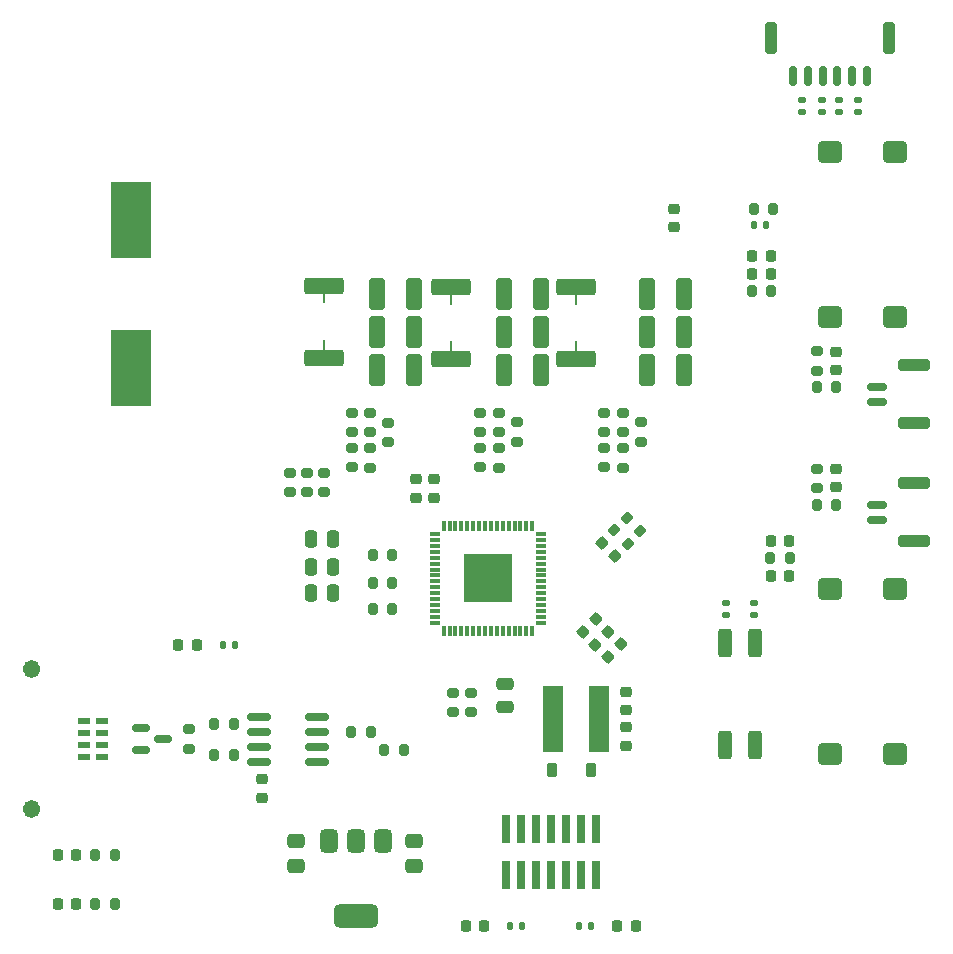
<source format=gbr>
%TF.GenerationSoftware,KiCad,Pcbnew,9.0.6-9.0.6~ubuntu24.04.1*%
%TF.CreationDate,2025-11-23T02:06:06+01:00*%
%TF.ProjectId,FOC_CONTROLLER_V2,464f435f-434f-44e5-9452-4f4c4c45525f,rev?*%
%TF.SameCoordinates,Original*%
%TF.FileFunction,Paste,Top*%
%TF.FilePolarity,Positive*%
%FSLAX46Y46*%
G04 Gerber Fmt 4.6, Leading zero omitted, Abs format (unit mm)*
G04 Created by KiCad (PCBNEW 9.0.6-9.0.6~ubuntu24.04.1) date 2025-11-23 02:06:06*
%MOMM*%
%LPD*%
G01*
G04 APERTURE LIST*
G04 Aperture macros list*
%AMRoundRect*
0 Rectangle with rounded corners*
0 $1 Rounding radius*
0 $2 $3 $4 $5 $6 $7 $8 $9 X,Y pos of 4 corners*
0 Add a 4 corners polygon primitive as box body*
4,1,4,$2,$3,$4,$5,$6,$7,$8,$9,$2,$3,0*
0 Add four circle primitives for the rounded corners*
1,1,$1+$1,$2,$3*
1,1,$1+$1,$4,$5*
1,1,$1+$1,$6,$7*
1,1,$1+$1,$8,$9*
0 Add four rect primitives between the rounded corners*
20,1,$1+$1,$2,$3,$4,$5,0*
20,1,$1+$1,$4,$5,$6,$7,0*
20,1,$1+$1,$6,$7,$8,$9,0*
20,1,$1+$1,$8,$9,$2,$3,0*%
G04 Aperture macros list end*
%ADD10C,0.750000*%
%ADD11RoundRect,0.200000X0.200000X0.275000X-0.200000X0.275000X-0.200000X-0.275000X0.200000X-0.275000X0*%
%ADD12RoundRect,0.135000X0.185000X-0.135000X0.185000X0.135000X-0.185000X0.135000X-0.185000X-0.135000X0*%
%ADD13RoundRect,0.250000X0.412500X1.100000X-0.412500X1.100000X-0.412500X-1.100000X0.412500X-1.100000X0*%
%ADD14RoundRect,0.218750X0.218750X0.256250X-0.218750X0.256250X-0.218750X-0.256250X0.218750X-0.256250X0*%
%ADD15RoundRect,0.200000X-0.275000X0.200000X-0.275000X-0.200000X0.275000X-0.200000X0.275000X0.200000X0*%
%ADD16RoundRect,0.250000X0.250000X0.475000X-0.250000X0.475000X-0.250000X-0.475000X0.250000X-0.475000X0*%
%ADD17RoundRect,0.200000X0.275000X-0.200000X0.275000X0.200000X-0.275000X0.200000X-0.275000X-0.200000X0*%
%ADD18RoundRect,0.225000X0.250000X-0.225000X0.250000X0.225000X-0.250000X0.225000X-0.250000X-0.225000X0*%
%ADD19RoundRect,0.225000X-0.250000X0.225000X-0.250000X-0.225000X0.250000X-0.225000X0.250000X0.225000X0*%
%ADD20RoundRect,0.225000X-0.017678X0.335876X-0.335876X0.017678X0.017678X-0.335876X0.335876X-0.017678X0*%
%ADD21RoundRect,0.135000X-0.135000X-0.185000X0.135000X-0.185000X0.135000X0.185000X-0.135000X0.185000X0*%
%ADD22RoundRect,0.225000X0.225000X0.250000X-0.225000X0.250000X-0.225000X-0.250000X0.225000X-0.250000X0*%
%ADD23RoundRect,0.200000X0.335876X0.053033X0.053033X0.335876X-0.335876X-0.053033X-0.053033X-0.335876X0*%
%ADD24RoundRect,0.218750X-0.218750X-0.256250X0.218750X-0.256250X0.218750X0.256250X-0.218750X0.256250X0*%
%ADD25R,1.050000X0.600000*%
%ADD26RoundRect,0.150000X-0.587500X-0.150000X0.587500X-0.150000X0.587500X0.150000X-0.587500X0.150000X0*%
%ADD27RoundRect,0.225000X-0.225000X-0.250000X0.225000X-0.250000X0.225000X0.250000X-0.225000X0.250000X0*%
%ADD28RoundRect,0.200000X-0.200000X-0.275000X0.200000X-0.275000X0.200000X0.275000X-0.200000X0.275000X0*%
%ADD29RoundRect,0.150000X0.825000X0.150000X-0.825000X0.150000X-0.825000X-0.150000X0.825000X-0.150000X0*%
%ADD30RoundRect,0.250000X-0.475000X0.337500X-0.475000X-0.337500X0.475000X-0.337500X0.475000X0.337500X0*%
%ADD31R,3.500000X6.500000*%
%ADD32RoundRect,0.150000X0.150000X0.700000X-0.150000X0.700000X-0.150000X-0.700000X0.150000X-0.700000X0*%
%ADD33RoundRect,0.250000X0.250000X1.100000X-0.250000X1.100000X-0.250000X-1.100000X0.250000X-1.100000X0*%
%ADD34RoundRect,0.249999X1.425001X-0.450001X1.425001X0.450001X-1.425001X0.450001X-1.425001X-0.450001X0*%
%ADD35RoundRect,0.022875X0.053375X0.423375X-0.053375X0.423375X-0.053375X-0.423375X0.053375X-0.423375X0*%
%ADD36RoundRect,0.200000X-0.335876X-0.053033X-0.053033X-0.335876X0.335876X0.053033X0.053033X0.335876X0*%
%ADD37R,0.850000X0.300000*%
%ADD38R,0.300000X0.850000*%
%ADD39R,4.100000X4.100000*%
%ADD40RoundRect,0.225000X-0.335876X-0.017678X-0.017678X-0.335876X0.335876X0.017678X0.017678X0.335876X0*%
%ADD41RoundRect,0.250000X-0.475000X0.250000X-0.475000X-0.250000X0.475000X-0.250000X0.475000X0.250000X0*%
%ADD42RoundRect,0.270000X0.730000X-0.630000X0.730000X0.630000X-0.730000X0.630000X-0.730000X-0.630000X0*%
%ADD43RoundRect,0.375000X-0.375000X0.625000X-0.375000X-0.625000X0.375000X-0.625000X0.375000X0.625000X0*%
%ADD44RoundRect,0.500000X-1.400000X0.500000X-1.400000X-0.500000X1.400000X-0.500000X1.400000X0.500000X0*%
%ADD45R,0.740000X2.400000*%
%ADD46R,1.700000X5.600000*%
%ADD47RoundRect,0.135000X0.135000X0.185000X-0.135000X0.185000X-0.135000X-0.185000X0.135000X-0.185000X0*%
%ADD48RoundRect,0.150000X0.700000X-0.150000X0.700000X0.150000X-0.700000X0.150000X-0.700000X-0.150000X0*%
%ADD49RoundRect,0.250000X1.100000X-0.250000X1.100000X0.250000X-1.100000X0.250000X-1.100000X-0.250000X0*%
%ADD50RoundRect,0.250000X0.310000X-0.970000X0.310000X0.970000X-0.310000X0.970000X-0.310000X-0.970000X0*%
%ADD51RoundRect,0.225000X-0.225000X-0.375000X0.225000X-0.375000X0.225000X0.375000X-0.225000X0.375000X0*%
G04 APERTURE END LIST*
D10*
%TO.C,J11*%
X102982500Y-111775000D02*
G75*
G02*
X102232500Y-111775000I-375000J0D01*
G01*
X102232500Y-111775000D02*
G75*
G02*
X102982500Y-111775000I375000J0D01*
G01*
X102982500Y-123625000D02*
G75*
G02*
X102232500Y-123625000I-375000J0D01*
G01*
X102232500Y-123625000D02*
G75*
G02*
X102982500Y-123625000I375000J0D01*
G01*
%TD*%
D11*
%TO.C,R36*%
X119725000Y-119090000D03*
X118075000Y-119090000D03*
%TD*%
D12*
%TO.C,R43*%
X171000000Y-64610000D03*
X171000000Y-63590000D03*
%TD*%
D13*
%TO.C,C6*%
X157862500Y-80049996D03*
X154737500Y-80049996D03*
%TD*%
D14*
%TO.C,D8*%
X140927501Y-133500000D03*
X139352499Y-133500000D03*
%TD*%
D15*
%TO.C,R24*%
X152700000Y-90075000D03*
X152700000Y-91725000D03*
%TD*%
D16*
%TO.C,C3*%
X128150000Y-103100000D03*
X126250000Y-103100000D03*
%TD*%
D17*
%TO.C,R5*%
X125924999Y-96800000D03*
X125924999Y-95150000D03*
%TD*%
D15*
%TO.C,R2*%
X139800000Y-113775000D03*
X139800000Y-115425000D03*
%TD*%
D12*
%TO.C,R46*%
X163800000Y-107209999D03*
X163800000Y-106190001D03*
%TD*%
D13*
%TO.C,C32*%
X134962500Y-80049999D03*
X131837500Y-80049999D03*
%TD*%
D11*
%TO.C,NTC1*%
X165425000Y-72800000D03*
X163775000Y-72800000D03*
%TD*%
D15*
%TO.C,R17*%
X129700000Y-93050000D03*
X129700000Y-94700000D03*
%TD*%
D18*
%TO.C,C24*%
X157000000Y-74375000D03*
X157000000Y-72825000D03*
%TD*%
D19*
%TO.C,C29*%
X170675000Y-94850000D03*
X170675000Y-96400000D03*
%TD*%
D11*
%TO.C,R50*%
X170750000Y-87900000D03*
X169100000Y-87900000D03*
%TD*%
D12*
%TO.C,R47*%
X161400000Y-107209999D03*
X161400000Y-106190001D03*
%TD*%
D20*
%TO.C,C11*%
X152515739Y-109669723D03*
X151419723Y-110765739D03*
%TD*%
D17*
%TO.C,R7*%
X124449998Y-96800000D03*
X124449998Y-95150000D03*
%TD*%
D12*
%TO.C,R44*%
X172600000Y-64610000D03*
X172600000Y-63590000D03*
%TD*%
D21*
%TO.C,R45*%
X163790000Y-74200000D03*
X164810000Y-74200000D03*
%TD*%
D20*
%TO.C,C12*%
X151448008Y-108601992D03*
X150351992Y-109698008D03*
%TD*%
D11*
%TO.C,R11*%
X109637500Y-127500000D03*
X107987500Y-127500000D03*
%TD*%
D17*
%TO.C,R10*%
X138300000Y-115425000D03*
X138300000Y-113775000D03*
%TD*%
D22*
%TO.C,C9*%
X166750000Y-100900000D03*
X165200000Y-100900000D03*
%TD*%
D15*
%TO.C,R22*%
X140550000Y-93050000D03*
X140550000Y-94700000D03*
%TD*%
D19*
%TO.C,C10*%
X135160000Y-95725000D03*
X135160000Y-97275000D03*
%TD*%
D23*
%TO.C,R28*%
X154151094Y-100115632D03*
X152984368Y-98948906D03*
%TD*%
D19*
%TO.C,C14*%
X136660000Y-95725000D03*
X136660000Y-97275000D03*
%TD*%
D24*
%TO.C,D9*%
X152172499Y-133500000D03*
X153747501Y-133500000D03*
%TD*%
D25*
%TO.C,J11*%
X108582500Y-119200000D03*
X107032500Y-119200000D03*
X108582500Y-118200000D03*
X107032500Y-118200000D03*
X108582500Y-117200000D03*
X107032500Y-117200000D03*
X108582500Y-116200000D03*
X107032500Y-116200000D03*
%TD*%
D13*
%TO.C,C31*%
X145712500Y-80049996D03*
X142587500Y-80049996D03*
%TD*%
D26*
%TO.C,D2*%
X111900000Y-116750000D03*
X111900000Y-118650000D03*
X113775000Y-117700000D03*
%TD*%
D27*
%TO.C,C18*%
X163625000Y-78300000D03*
X165175000Y-78300000D03*
%TD*%
D15*
%TO.C,R18*%
X131300000Y-90075000D03*
X131300000Y-91725000D03*
%TD*%
D21*
%TO.C,R38*%
X143132500Y-133500000D03*
X144152498Y-133500000D03*
%TD*%
D11*
%TO.C,R30*%
X165225000Y-79800000D03*
X163575000Y-79800000D03*
%TD*%
D24*
%TO.C,D3*%
X104825000Y-131690000D03*
X106400000Y-131690000D03*
%TD*%
D19*
%TO.C,C28*%
X170675000Y-84900000D03*
X170675000Y-86450000D03*
%TD*%
D11*
%TO.C,R1*%
X133125000Y-104450000D03*
X131475000Y-104450000D03*
%TD*%
D28*
%TO.C,R8*%
X165150000Y-102400000D03*
X166800000Y-102400000D03*
%TD*%
D29*
%TO.C,U1*%
X126775000Y-119605000D03*
X126775000Y-118335000D03*
X126775000Y-117065000D03*
X126775000Y-115795000D03*
X121825000Y-115795000D03*
X121825000Y-117065000D03*
X121825000Y-118335000D03*
X121825000Y-119605000D03*
%TD*%
D21*
%TO.C,R40*%
X118805000Y-109710001D03*
X119824998Y-109710001D03*
%TD*%
D17*
%TO.C,R51*%
X169125000Y-96450000D03*
X169125000Y-94800000D03*
%TD*%
D30*
%TO.C,C20*%
X125000000Y-126362500D03*
X125000000Y-128437500D03*
%TD*%
D12*
%TO.C,R41*%
X167800000Y-64610000D03*
X167800000Y-63590000D03*
%TD*%
D31*
%TO.C,C2*%
X111033885Y-86250000D03*
X111033885Y-73750000D03*
%TD*%
D30*
%TO.C,C19*%
X135000000Y-126362500D03*
X135000000Y-128437500D03*
%TD*%
D28*
%TO.C,R34*%
X132475000Y-118600000D03*
X134125000Y-118600000D03*
%TD*%
D13*
%TO.C,C21*%
X134962500Y-83250000D03*
X131837500Y-83250000D03*
%TD*%
D32*
%TO.C,J12*%
X173325000Y-61550000D03*
X172075000Y-61550000D03*
X170825000Y-61550000D03*
X169575000Y-61550000D03*
X168325000Y-61550000D03*
X167075000Y-61550000D03*
D33*
X175175000Y-58350000D03*
X165225000Y-58350000D03*
%TD*%
D11*
%TO.C,R4*%
X133125000Y-106650000D03*
X131475000Y-106650000D03*
%TD*%
D34*
%TO.C,R32*%
X138100000Y-85550000D03*
D35*
X138100000Y-84500001D03*
X138100000Y-80499999D03*
D34*
X138100000Y-79450000D03*
%TD*%
D11*
%TO.C,R48*%
X109637500Y-131700000D03*
X107987500Y-131700000D03*
%TD*%
D36*
%TO.C,R29*%
X151916637Y-100016637D03*
X153083363Y-101183363D03*
%TD*%
D18*
%TO.C,C13*%
X152900000Y-115267893D03*
X152900000Y-113717893D03*
%TD*%
D37*
%TO.C,IC1*%
X145700000Y-107850000D03*
X145700000Y-107350000D03*
X145700000Y-106850000D03*
X145700000Y-106350000D03*
X145700000Y-105850000D03*
X145700000Y-105350000D03*
X145700000Y-104850000D03*
X145700000Y-104350000D03*
X145700000Y-103850000D03*
X145700000Y-103350000D03*
X145700000Y-102850000D03*
X145700000Y-102350000D03*
X145700000Y-101850000D03*
X145700000Y-101350000D03*
X145700000Y-100850000D03*
X145700000Y-100350000D03*
D38*
X145000000Y-99650000D03*
X144500000Y-99650000D03*
X144000000Y-99650000D03*
X143500000Y-99650000D03*
X143000000Y-99650000D03*
X142500000Y-99650000D03*
X142000000Y-99650000D03*
X141500000Y-99650000D03*
X141000000Y-99650000D03*
X140500000Y-99650000D03*
X140000000Y-99650000D03*
X139500000Y-99650000D03*
X139000000Y-99650000D03*
X138500000Y-99650000D03*
X138000000Y-99650000D03*
X137500000Y-99650000D03*
D37*
X136800000Y-100350000D03*
X136800000Y-100850000D03*
X136800000Y-101350000D03*
X136800000Y-101850000D03*
X136800000Y-102350000D03*
X136800000Y-102850000D03*
X136800000Y-103350000D03*
X136800000Y-103850000D03*
X136800000Y-104350000D03*
X136800000Y-104850000D03*
X136800000Y-105350000D03*
X136800000Y-105850000D03*
X136800000Y-106350000D03*
X136800000Y-106850000D03*
X136800000Y-107350000D03*
X136800000Y-107850000D03*
D38*
X137500000Y-108550000D03*
X138000000Y-108550000D03*
X138500000Y-108550000D03*
X139000000Y-108550000D03*
X139500000Y-108550000D03*
X140000000Y-108550000D03*
X140500000Y-108550000D03*
X141000000Y-108550000D03*
X141500000Y-108550000D03*
X142000000Y-108550000D03*
X142500000Y-108550000D03*
X143000000Y-108550000D03*
X143500000Y-108550000D03*
X144000000Y-108550000D03*
X144500000Y-108550000D03*
X145000000Y-108550000D03*
D39*
X141250000Y-104100000D03*
%TD*%
D16*
%TO.C,C5*%
X128150000Y-100750000D03*
X126250000Y-100750000D03*
%TD*%
D17*
%TO.C,R14*%
X132800000Y-92550000D03*
X132800000Y-90900000D03*
%TD*%
D19*
%TO.C,C16*%
X152900000Y-116717893D03*
X152900000Y-118267893D03*
%TD*%
D14*
%TO.C,D5*%
X116600000Y-109700000D03*
X115024998Y-109700000D03*
%TD*%
D40*
%TO.C,C17*%
X150891332Y-101112652D03*
X151987348Y-102208668D03*
%TD*%
D41*
%TO.C,C8*%
X142700000Y-113050001D03*
X142700000Y-114949999D03*
%TD*%
D42*
%TO.C,User*%
X170225000Y-82000000D03*
X170225000Y-68000000D03*
X175725000Y-82000000D03*
X175725000Y-68000000D03*
%TD*%
D17*
%TO.C,R3*%
X127400000Y-96800000D03*
X127400000Y-95150000D03*
%TD*%
D15*
%TO.C,R16*%
X129700000Y-90075000D03*
X129700000Y-91725000D03*
%TD*%
D34*
%TO.C,R33*%
X148700000Y-85550000D03*
D35*
X148700000Y-84500001D03*
X148700000Y-80499999D03*
D34*
X148700000Y-79450000D03*
%TD*%
D43*
%TO.C,J10*%
X132400000Y-126350000D03*
X130100000Y-126350000D03*
X127800000Y-126350000D03*
D44*
X130100000Y-132650000D03*
%TD*%
D17*
%TO.C,R20*%
X143700000Y-92525000D03*
X143700000Y-90875000D03*
%TD*%
D24*
%TO.C,D1*%
X104825000Y-127500000D03*
X106400000Y-127500000D03*
%TD*%
D13*
%TO.C,C27*%
X134962500Y-86449999D03*
X131837500Y-86449999D03*
%TD*%
D15*
%TO.C,R19*%
X142150000Y-90075000D03*
X142150000Y-91725000D03*
%TD*%
D19*
%TO.C,C30*%
X122100000Y-121125000D03*
X122100000Y-122675000D03*
%TD*%
D42*
%TO.C,nRST1*%
X170225000Y-119000000D03*
X170225000Y-105000000D03*
X175725000Y-119000000D03*
X175725000Y-105000000D03*
%TD*%
D34*
%TO.C,R31*%
X127400000Y-85450000D03*
D35*
X127400000Y-84400001D03*
X127400000Y-80399999D03*
D34*
X127400000Y-79350000D03*
%TD*%
D17*
%TO.C,R21*%
X142150000Y-94725000D03*
X142150000Y-93075000D03*
%TD*%
D13*
%TO.C,C26*%
X157862500Y-83249998D03*
X154737500Y-83249998D03*
%TD*%
D45*
%TO.C,J6*%
X142790000Y-129250000D03*
X142790000Y-125350000D03*
X144060000Y-129250000D03*
X144060000Y-125350000D03*
X145330000Y-129250000D03*
X145330000Y-125350000D03*
X146600000Y-129250000D03*
X146600000Y-125350000D03*
X147870000Y-129250000D03*
X147870000Y-125350000D03*
X149140000Y-129250000D03*
X149140000Y-125350000D03*
X150410000Y-129250000D03*
X150410000Y-125350000D03*
%TD*%
D46*
%TO.C,L1*%
X146735786Y-116000000D03*
X150635786Y-116000000D03*
%TD*%
D28*
%TO.C,R35*%
X129675000Y-117100000D03*
X131325000Y-117100000D03*
%TD*%
D17*
%TO.C,R49*%
X169125000Y-86500000D03*
X169125000Y-84850000D03*
%TD*%
D22*
%TO.C,R12*%
X165175000Y-76800000D03*
X163625000Y-76800000D03*
%TD*%
D12*
%TO.C,R42*%
X169500000Y-64610000D03*
X169500000Y-63590000D03*
%TD*%
D11*
%TO.C,R6*%
X133125000Y-102100000D03*
X131475000Y-102100000D03*
%TD*%
D22*
%TO.C,R9*%
X166750000Y-103900000D03*
X165200000Y-103900000D03*
%TD*%
D15*
%TO.C,R53*%
X115900000Y-116875000D03*
X115900000Y-118525000D03*
%TD*%
D47*
%TO.C,R39*%
X149967499Y-133510001D03*
X148947501Y-133510001D03*
%TD*%
D48*
%TO.C,LSW1*%
X174150000Y-89125000D03*
X174150000Y-87875000D03*
D49*
X177350000Y-90975000D03*
X177350000Y-86025000D03*
%TD*%
D20*
%TO.C,C15*%
X150428680Y-107578680D03*
X149332664Y-108674696D03*
%TD*%
D48*
%TO.C,LSW2*%
X174150000Y-99125000D03*
X174150000Y-97875000D03*
D49*
X177350000Y-100975000D03*
X177350000Y-96025000D03*
%TD*%
D17*
%TO.C,R25*%
X154200000Y-92525000D03*
X154200000Y-90875000D03*
%TD*%
D15*
%TO.C,R27*%
X151100000Y-93050000D03*
X151100000Y-94700000D03*
%TD*%
D17*
%TO.C,R15*%
X131300000Y-94725000D03*
X131300000Y-93075000D03*
%TD*%
D13*
%TO.C,C4*%
X157862500Y-86449998D03*
X154737500Y-86449998D03*
%TD*%
D15*
%TO.C,R23*%
X151100000Y-90075000D03*
X151100000Y-91725000D03*
%TD*%
%TO.C,R13*%
X140550000Y-90075000D03*
X140550000Y-91725000D03*
%TD*%
D13*
%TO.C,C33*%
X145712500Y-83249998D03*
X142587500Y-83249998D03*
%TD*%
%TO.C,C22*%
X145712500Y-86449998D03*
X142587500Y-86449998D03*
%TD*%
D11*
%TO.C,R52*%
X170750000Y-97850000D03*
X169100000Y-97850000D03*
%TD*%
%TO.C,R37*%
X119725000Y-116390000D03*
X118075000Y-116390000D03*
%TD*%
D16*
%TO.C,C1*%
X128150000Y-105350000D03*
X126250000Y-105350000D03*
%TD*%
D50*
%TO.C,SW3*%
X161330000Y-118205000D03*
X163870000Y-118205000D03*
X163870000Y-109595000D03*
X161330000Y-109595000D03*
%TD*%
D17*
%TO.C,R26*%
X152700000Y-94725000D03*
X152700000Y-93075000D03*
%TD*%
D51*
%TO.C,D4*%
X146650000Y-120292893D03*
X149950000Y-120292893D03*
%TD*%
M02*

</source>
